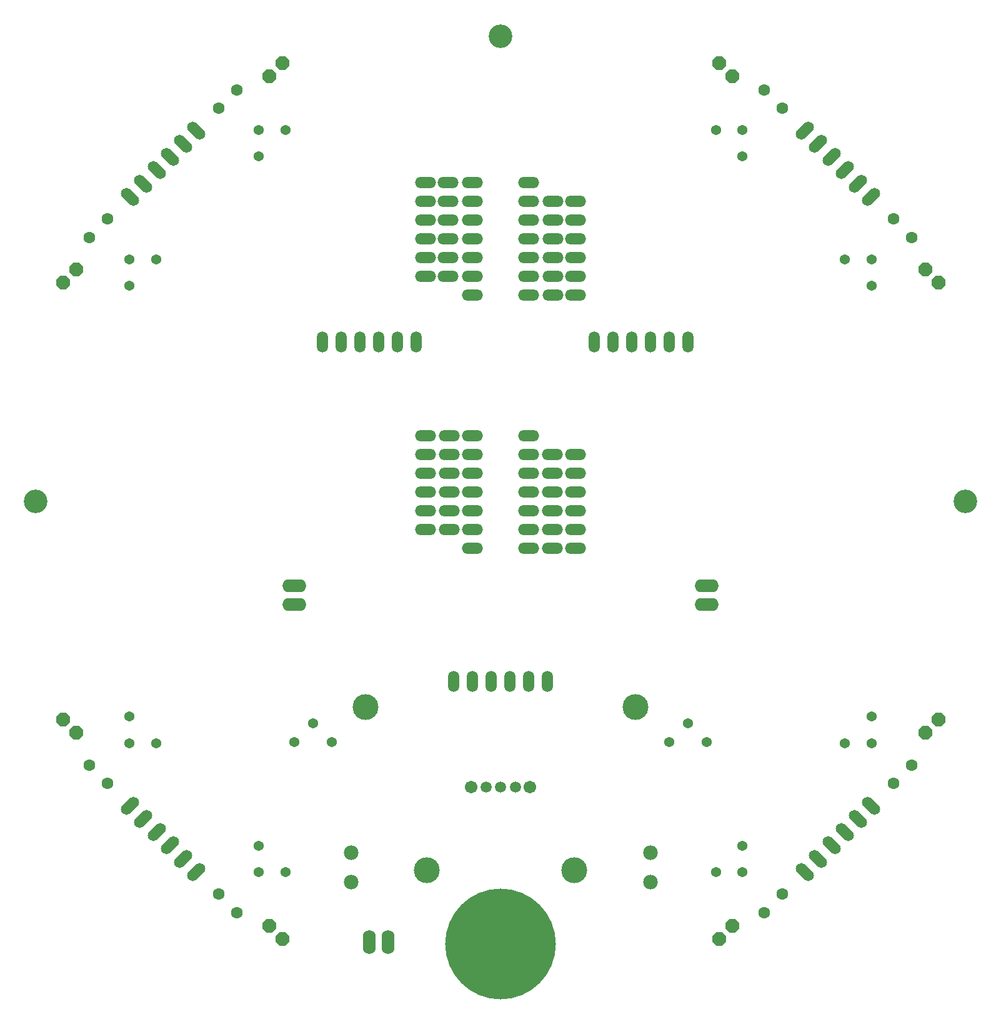
<source format=gbr>
%TF.GenerationSoftware,KiCad,Pcbnew,(6.0.7)*%
%TF.CreationDate,2022-09-06T19:26:23+02:00*%
%TF.ProjectId,BattleBits_V4,42617474-6c65-4426-9974-735f56342e6b,rev?*%
%TF.SameCoordinates,Original*%
%TF.FileFunction,Soldermask,Bot*%
%TF.FilePolarity,Negative*%
%FSLAX46Y46*%
G04 Gerber Fmt 4.6, Leading zero omitted, Abs format (unit mm)*
G04 Created by KiCad (PCBNEW (6.0.7)) date 2022-09-06 19:26:23*
%MOMM*%
%LPD*%
G01*
G04 APERTURE LIST*
G04 Aperture macros list*
%AMHorizOval*
0 Thick line with rounded ends*
0 $1 width*
0 $2 $3 position (X,Y) of the first rounded end (center of the circle)*
0 $4 $5 position (X,Y) of the second rounded end (center of the circle)*
0 Add line between two ends*
20,1,$1,$2,$3,$4,$5,0*
0 Add two circle primitives to create the rounded ends*
1,1,$1,$2,$3*
1,1,$1,$4,$5*%
%AMFreePoly0*
4,1,25,0.406913,0.920396,0.419036,0.910042,0.910042,0.419036,0.938548,0.363088,0.939800,0.347194,0.939800,-0.347194,0.920396,-0.406913,0.910042,-0.419036,0.419036,-0.910042,0.363088,-0.938548,0.347194,-0.939800,-0.347194,-0.939800,-0.406913,-0.920396,-0.419036,-0.910042,-0.910042,-0.419036,-0.938548,-0.363088,-0.939800,-0.347194,-0.939800,0.347194,-0.920396,0.406913,-0.910042,0.419036,
-0.419036,0.910042,-0.363088,0.938548,-0.347194,0.939800,0.347194,0.939800,0.406913,0.920396,0.406913,0.920396,$1*%
G04 Aperture macros list end*
%ADD10C,3.500000*%
%ADD11C,1.981200*%
%ADD12O,2.844800X1.524000*%
%ADD13HorizOval,1.524000X0.466973X0.466973X-0.466973X-0.466973X0*%
%ADD14C,1.371200*%
%ADD15C,3.200000*%
%ADD16HorizOval,1.524000X-0.466973X-0.466973X0.466973X0.466973X0*%
%ADD17O,3.251200X1.727200*%
%ADD18C,1.603200*%
%ADD19O,1.524000X2.844800*%
%ADD20O,1.727200X3.251200*%
%ADD21HorizOval,1.524000X-0.466973X0.466973X0.466973X-0.466973X0*%
%ADD22C,1.511200*%
%ADD23C,1.711200*%
%ADD24FreePoly0,225.000000*%
%ADD25C,15.000000*%
%ADD26FreePoly0,135.000000*%
%ADD27FreePoly0,45.000000*%
%ADD28HorizOval,1.524000X0.466973X-0.466973X-0.466973X0.466973X0*%
%ADD29FreePoly0,315.000000*%
G04 APERTURE END LIST*
D10*
%TO.C,U$1*%
X166791100Y-132863600D03*
D11*
X168791100Y-156593600D03*
X168791100Y-152593600D03*
%TD*%
D10*
%TO.C,U$2*%
X130211100Y-132863600D03*
D11*
X128211100Y-156593600D03*
X128211100Y-152593600D03*
%TD*%
D12*
%TO.C,SV1*%
X141389100Y-74523600D03*
X141389100Y-71983600D03*
X141389100Y-69443600D03*
X141389100Y-66903600D03*
X141389100Y-64363600D03*
X141389100Y-61823600D03*
%TD*%
%TO.C,SV4*%
X155486100Y-98653600D03*
X155486100Y-101193600D03*
X155486100Y-103733600D03*
X155486100Y-106273600D03*
X155486100Y-108813600D03*
X155486100Y-111353600D03*
%TD*%
D13*
%TO.C,SV10*%
X189730972Y-54793472D03*
X191527023Y-56589523D03*
X193323074Y-58385574D03*
X195119126Y-60181626D03*
X196915177Y-61977677D03*
X198711228Y-63773728D03*
%TD*%
D14*
%TO.C,R10*%
X101827151Y-137769651D03*
X98235049Y-137769651D03*
X98235049Y-134177549D03*
%TD*%
D15*
%TO.C,@HOLE4*%
X211501100Y-105003600D03*
%TD*%
D16*
%TO.C,SV12*%
X107271228Y-155213728D03*
X105475177Y-153417677D03*
X103679126Y-151621626D03*
X101883074Y-149825574D03*
X100087023Y-148029523D03*
X98290972Y-146233472D03*
%TD*%
D12*
%TO.C,SV2*%
X155613100Y-64363600D03*
X155613100Y-66903600D03*
X155613100Y-69443600D03*
X155613100Y-71983600D03*
X155613100Y-74523600D03*
X155613100Y-77063600D03*
%TD*%
D14*
%TO.C,R14*%
X120561100Y-137643600D03*
X123101100Y-135103600D03*
X125641100Y-137643600D03*
%TD*%
D17*
%TO.C,JP1*%
X120561100Y-118973600D03*
X120561100Y-116433600D03*
%TD*%
D18*
%TO.C,PH4*%
X201733663Y-66796163D03*
X204208537Y-69271037D03*
%TD*%
D14*
%TO.C,R2*%
X115735049Y-58329651D03*
X115735049Y-54737549D03*
X119327151Y-54737549D03*
%TD*%
D19*
%TO.C,SV13*%
X154851100Y-129387600D03*
X152311100Y-129387600D03*
X149771100Y-129387600D03*
X147231100Y-129387600D03*
X144691100Y-129387600D03*
X142151100Y-129387600D03*
%TD*%
D14*
%TO.C,R5*%
X198767151Y-134177549D03*
X198767151Y-137769651D03*
X195175049Y-137769651D03*
%TD*%
D20*
%TO.C,JP8*%
X133261100Y-164693600D03*
X130721100Y-164693600D03*
%TD*%
D12*
%TO.C,IC1*%
X144691100Y-61823600D03*
X144691100Y-64363600D03*
X144691100Y-66903600D03*
X144691100Y-69443600D03*
X144691100Y-71983600D03*
X144691100Y-74523600D03*
X144691100Y-77063600D03*
X152311100Y-77063600D03*
X152311100Y-74523600D03*
X152311100Y-71983600D03*
X152311100Y-69443600D03*
X152311100Y-66903600D03*
X152311100Y-64363600D03*
X152311100Y-61823600D03*
%TD*%
D14*
%TO.C,R4*%
X195175049Y-72237549D03*
X198767151Y-72237549D03*
X198767151Y-75829651D03*
%TD*%
D18*
%TO.C,PH1*%
X95268537Y-66796163D03*
X92793663Y-69271037D03*
%TD*%
%TO.C,PH7*%
X110293663Y-158236163D03*
X112768537Y-160711037D03*
%TD*%
D12*
%TO.C,SV7*%
X138341100Y-108813600D03*
X138341100Y-106273600D03*
X138341100Y-103733600D03*
X138341100Y-101193600D03*
X138341100Y-98653600D03*
X138341100Y-96113600D03*
%TD*%
D17*
%TO.C,JP2*%
X176441100Y-118973600D03*
X176441100Y-116433600D03*
%TD*%
D12*
%TO.C,SV3*%
X141516100Y-108813600D03*
X141516100Y-106273600D03*
X141516100Y-103733600D03*
X141516100Y-101193600D03*
X141516100Y-98653600D03*
X141516100Y-96113600D03*
%TD*%
D21*
%TO.C,SV9*%
X98290972Y-63773728D03*
X100087023Y-61977677D03*
X101883074Y-60181626D03*
X103679126Y-58385574D03*
X105475177Y-56589523D03*
X107271228Y-54793472D03*
%TD*%
D12*
%TO.C,IC3*%
X144691100Y-96113600D03*
X144691100Y-98653600D03*
X144691100Y-101193600D03*
X144691100Y-103733600D03*
X144691100Y-106273600D03*
X144691100Y-108813600D03*
X144691100Y-111353600D03*
X152311100Y-111353600D03*
X152311100Y-108813600D03*
X152311100Y-106273600D03*
X152311100Y-103733600D03*
X152311100Y-101193600D03*
X152311100Y-98653600D03*
X152311100Y-96113600D03*
%TD*%
D18*
%TO.C,PH2*%
X110293663Y-51771037D03*
X112768537Y-49296163D03*
%TD*%
D22*
%TO.C,U$7*%
X148501100Y-143749600D03*
D23*
X152501100Y-143749600D03*
X144501100Y-143749600D03*
D22*
X150501100Y-143749600D03*
X146501100Y-143749600D03*
%TD*%
D19*
%TO.C,SV14*%
X124371100Y-83413600D03*
X126911100Y-83413600D03*
X129451100Y-83413600D03*
X131991100Y-83413600D03*
X134531100Y-83413600D03*
X137071100Y-83413600D03*
%TD*%
D18*
%TO.C,PH3*%
X186708537Y-51771037D03*
X184233663Y-49296163D03*
%TD*%
D12*
%TO.C,SV8*%
X158661100Y-98653600D03*
X158661100Y-101193600D03*
X158661100Y-103733600D03*
X158661100Y-106273600D03*
X158661100Y-108813600D03*
X158661100Y-111353600D03*
%TD*%
D24*
%TO.C,LED_F0*%
X179879126Y-162525574D03*
X178083074Y-164321626D03*
%TD*%
D25*
%TO.C,@HOLE0*%
X148501100Y-165003600D03*
%TD*%
D24*
%TO.C,LED_A0*%
X90979126Y-73625574D03*
X89183074Y-75421626D03*
%TD*%
D12*
%TO.C,SV5*%
X138341100Y-74523600D03*
X138341100Y-71983600D03*
X138341100Y-69443600D03*
X138341100Y-66903600D03*
X138341100Y-64363600D03*
X138341100Y-61823600D03*
%TD*%
D10*
%TO.C,@HOLE1*%
X138501100Y-155003600D03*
%TD*%
D18*
%TO.C,PH8*%
X95268537Y-143211037D03*
X92793663Y-140736163D03*
%TD*%
D26*
%TO.C,LED_H0*%
X90979126Y-136381626D03*
X89183074Y-134585574D03*
%TD*%
D15*
%TO.C,@HOLE3*%
X85501100Y-105003600D03*
%TD*%
D10*
%TO.C,@HOLE2*%
X158501100Y-155003600D03*
%TD*%
D27*
%TO.C,LED_E0*%
X206023074Y-136381626D03*
X207819126Y-134585574D03*
%TD*%
D15*
%TO.C,@HOLE5*%
X148501100Y-42003600D03*
%TD*%
D14*
%TO.C,R6*%
X181267151Y-151677549D03*
X181267151Y-155269651D03*
X177675049Y-155269651D03*
%TD*%
D27*
%TO.C,LED_B0*%
X117123074Y-47481626D03*
X118919126Y-45685574D03*
%TD*%
D19*
%TO.C,SV15*%
X161201100Y-83413600D03*
X163741100Y-83413600D03*
X166281100Y-83413600D03*
X168821100Y-83413600D03*
X171361100Y-83413600D03*
X173901100Y-83413600D03*
%TD*%
D28*
%TO.C,SV11*%
X198711228Y-146233472D03*
X196915177Y-148029523D03*
X195119126Y-149825574D03*
X193323074Y-151621626D03*
X191527023Y-153417677D03*
X189730972Y-155213728D03*
%TD*%
D14*
%TO.C,R11*%
X171361100Y-137643600D03*
X173901100Y-135103600D03*
X176441100Y-137643600D03*
%TD*%
%TO.C,R1*%
X98235049Y-75829651D03*
X98235049Y-72237549D03*
X101827151Y-72237549D03*
%TD*%
D12*
%TO.C,SV6*%
X158661100Y-64363600D03*
X158661100Y-66903600D03*
X158661100Y-69443600D03*
X158661100Y-71983600D03*
X158661100Y-74523600D03*
X158661100Y-77063600D03*
%TD*%
D26*
%TO.C,LED_C0*%
X179879126Y-47481626D03*
X178083074Y-45685574D03*
%TD*%
D18*
%TO.C,PH5*%
X201733663Y-143211037D03*
X204208537Y-140736163D03*
%TD*%
D14*
%TO.C,R7*%
X119327151Y-155269651D03*
X115735049Y-155269651D03*
X115735049Y-151677549D03*
%TD*%
D18*
%TO.C,PH6*%
X186708537Y-158236163D03*
X184233663Y-160711037D03*
%TD*%
D29*
%TO.C,LED_D0*%
X206023074Y-73625574D03*
X207819126Y-75421626D03*
%TD*%
%TO.C,LED_G0*%
X117123074Y-162525574D03*
X118919126Y-164321626D03*
%TD*%
D14*
%TO.C,R3*%
X177675049Y-54737549D03*
X181267151Y-54737549D03*
X181267151Y-58329651D03*
%TD*%
M02*

</source>
